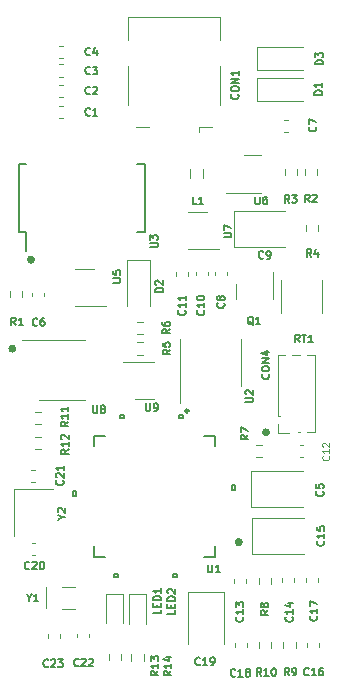
<source format=gbr>
%TF.GenerationSoftware,KiCad,Pcbnew,(6.0.1)*%
%TF.CreationDate,2022-09-20T17:52:40-03:00*%
%TF.ProjectId,HLI-C_main,484c492d-435f-46d6-9169-6e2e6b696361,rev?*%
%TF.SameCoordinates,Original*%
%TF.FileFunction,Legend,Top*%
%TF.FilePolarity,Positive*%
%FSLAX46Y46*%
G04 Gerber Fmt 4.6, Leading zero omitted, Abs format (unit mm)*
G04 Created by KiCad (PCBNEW (6.0.1)) date 2022-09-20 17:52:40*
%MOMM*%
%LPD*%
G01*
G04 APERTURE LIST*
%ADD10C,0.283607*%
%ADD11C,0.360000*%
%ADD12C,0.162500*%
%ADD13C,0.100000*%
%ADD14C,0.120000*%
%ADD15C,0.152400*%
%ADD16C,0.150000*%
G04 APERTURE END LIST*
D10*
X193641803Y-51300000D02*
G75*
G03*
X193641803Y-51300000I-141803J0D01*
G01*
D11*
X198080000Y-62400000D02*
G75*
G03*
X198080000Y-62400000I-180000J0D01*
G01*
X180480000Y-38500000D02*
G75*
G03*
X180480000Y-38500000I-180000J0D01*
G01*
X200380000Y-53100000D02*
G75*
G03*
X200380000Y-53100000I-180000J0D01*
G01*
X178905000Y-46025000D02*
G75*
G03*
X178905000Y-46025000I-180000J0D01*
G01*
D12*
%TO.C,C11*%
X193332142Y-42780357D02*
X193363095Y-42811309D01*
X193394047Y-42904166D01*
X193394047Y-42966071D01*
X193363095Y-43058928D01*
X193301190Y-43120833D01*
X193239285Y-43151785D01*
X193115476Y-43182738D01*
X193022619Y-43182738D01*
X192898809Y-43151785D01*
X192836904Y-43120833D01*
X192775000Y-43058928D01*
X192744047Y-42966071D01*
X192744047Y-42904166D01*
X192775000Y-42811309D01*
X192805952Y-42780357D01*
X193394047Y-42161309D02*
X193394047Y-42532738D01*
X193394047Y-42347023D02*
X192744047Y-42347023D01*
X192836904Y-42408928D01*
X192898809Y-42470833D01*
X192929761Y-42532738D01*
X193394047Y-41542261D02*
X193394047Y-41913690D01*
X193394047Y-41727976D02*
X192744047Y-41727976D01*
X192836904Y-41789880D01*
X192898809Y-41851785D01*
X192929761Y-41913690D01*
%TO.C,C15*%
X205082142Y-62317857D02*
X205113095Y-62348809D01*
X205144047Y-62441666D01*
X205144047Y-62503571D01*
X205113095Y-62596428D01*
X205051190Y-62658333D01*
X204989285Y-62689285D01*
X204865476Y-62720238D01*
X204772619Y-62720238D01*
X204648809Y-62689285D01*
X204586904Y-62658333D01*
X204525000Y-62596428D01*
X204494047Y-62503571D01*
X204494047Y-62441666D01*
X204525000Y-62348809D01*
X204555952Y-62317857D01*
X205144047Y-61698809D02*
X205144047Y-62070238D01*
X205144047Y-61884523D02*
X204494047Y-61884523D01*
X204586904Y-61946428D01*
X204648809Y-62008333D01*
X204679761Y-62070238D01*
X204494047Y-61110714D02*
X204494047Y-61420238D01*
X204803571Y-61451190D01*
X204772619Y-61420238D01*
X204741666Y-61358333D01*
X204741666Y-61203571D01*
X204772619Y-61141666D01*
X204803571Y-61110714D01*
X204865476Y-61079761D01*
X205020238Y-61079761D01*
X205082142Y-61110714D01*
X205113095Y-61141666D01*
X205144047Y-61203571D01*
X205144047Y-61358333D01*
X205113095Y-61420238D01*
X205082142Y-61451190D01*
D13*
%TO.C,C12*%
X205514285Y-55115714D02*
X205542857Y-55144285D01*
X205571428Y-55230000D01*
X205571428Y-55287142D01*
X205542857Y-55372857D01*
X205485714Y-55430000D01*
X205428571Y-55458571D01*
X205314285Y-55487142D01*
X205228571Y-55487142D01*
X205114285Y-55458571D01*
X205057142Y-55430000D01*
X205000000Y-55372857D01*
X204971428Y-55287142D01*
X204971428Y-55230000D01*
X205000000Y-55144285D01*
X205028571Y-55115714D01*
X205571428Y-54544285D02*
X205571428Y-54887142D01*
X205571428Y-54715714D02*
X204971428Y-54715714D01*
X205057142Y-54772857D01*
X205114285Y-54830000D01*
X205142857Y-54887142D01*
X205028571Y-54315714D02*
X205000000Y-54287142D01*
X204971428Y-54230000D01*
X204971428Y-54087142D01*
X205000000Y-54030000D01*
X205028571Y-54001428D01*
X205085714Y-53972857D01*
X205142857Y-53972857D01*
X205228571Y-54001428D01*
X205571428Y-54344285D01*
X205571428Y-53972857D01*
D12*
%TO.C,C8*%
X196632142Y-42170833D02*
X196663095Y-42201785D01*
X196694047Y-42294642D01*
X196694047Y-42356547D01*
X196663095Y-42449404D01*
X196601190Y-42511309D01*
X196539285Y-42542261D01*
X196415476Y-42573214D01*
X196322619Y-42573214D01*
X196198809Y-42542261D01*
X196136904Y-42511309D01*
X196075000Y-42449404D01*
X196044047Y-42356547D01*
X196044047Y-42294642D01*
X196075000Y-42201785D01*
X196105952Y-42170833D01*
X196322619Y-41799404D02*
X196291666Y-41861309D01*
X196260714Y-41892261D01*
X196198809Y-41923214D01*
X196167857Y-41923214D01*
X196105952Y-41892261D01*
X196075000Y-41861309D01*
X196044047Y-41799404D01*
X196044047Y-41675595D01*
X196075000Y-41613690D01*
X196105952Y-41582738D01*
X196167857Y-41551785D01*
X196198809Y-41551785D01*
X196260714Y-41582738D01*
X196291666Y-41613690D01*
X196322619Y-41675595D01*
X196322619Y-41799404D01*
X196353571Y-41861309D01*
X196384523Y-41892261D01*
X196446428Y-41923214D01*
X196570238Y-41923214D01*
X196632142Y-41892261D01*
X196663095Y-41861309D01*
X196694047Y-41799404D01*
X196694047Y-41675595D01*
X196663095Y-41613690D01*
X196632142Y-41582738D01*
X196570238Y-41551785D01*
X196446428Y-41551785D01*
X196384523Y-41582738D01*
X196353571Y-41613690D01*
X196322619Y-41675595D01*
%TO.C,R10*%
X199802142Y-73734047D02*
X199585476Y-73424523D01*
X199430714Y-73734047D02*
X199430714Y-73084047D01*
X199678333Y-73084047D01*
X199740238Y-73115000D01*
X199771190Y-73145952D01*
X199802142Y-73207857D01*
X199802142Y-73300714D01*
X199771190Y-73362619D01*
X199740238Y-73393571D01*
X199678333Y-73424523D01*
X199430714Y-73424523D01*
X200421190Y-73734047D02*
X200049761Y-73734047D01*
X200235476Y-73734047D02*
X200235476Y-73084047D01*
X200173571Y-73176904D01*
X200111666Y-73238809D01*
X200049761Y-73269761D01*
X200823571Y-73084047D02*
X200885476Y-73084047D01*
X200947380Y-73115000D01*
X200978333Y-73145952D01*
X201009285Y-73207857D01*
X201040238Y-73331666D01*
X201040238Y-73486428D01*
X201009285Y-73610238D01*
X200978333Y-73672142D01*
X200947380Y-73703095D01*
X200885476Y-73734047D01*
X200823571Y-73734047D01*
X200761666Y-73703095D01*
X200730714Y-73672142D01*
X200699761Y-73610238D01*
X200668809Y-73486428D01*
X200668809Y-73331666D01*
X200699761Y-73207857D01*
X200730714Y-73145952D01*
X200761666Y-73115000D01*
X200823571Y-73084047D01*
%TO.C,D3*%
X205044047Y-21954761D02*
X204394047Y-21954761D01*
X204394047Y-21800000D01*
X204425000Y-21707142D01*
X204486904Y-21645238D01*
X204548809Y-21614285D01*
X204672619Y-21583333D01*
X204765476Y-21583333D01*
X204889285Y-21614285D01*
X204951190Y-21645238D01*
X205013095Y-21707142D01*
X205044047Y-21800000D01*
X205044047Y-21954761D01*
X204394047Y-21366666D02*
X204394047Y-20964285D01*
X204641666Y-21180952D01*
X204641666Y-21088095D01*
X204672619Y-21026190D01*
X204703571Y-20995238D01*
X204765476Y-20964285D01*
X204920238Y-20964285D01*
X204982142Y-20995238D01*
X205013095Y-21026190D01*
X205044047Y-21088095D01*
X205044047Y-21273809D01*
X205013095Y-21335714D01*
X204982142Y-21366666D01*
%TO.C,U1*%
X195294761Y-64314047D02*
X195294761Y-64840238D01*
X195325714Y-64902142D01*
X195356666Y-64933095D01*
X195418571Y-64964047D01*
X195542380Y-64964047D01*
X195604285Y-64933095D01*
X195635238Y-64902142D01*
X195666190Y-64840238D01*
X195666190Y-64314047D01*
X196316190Y-64964047D02*
X195944761Y-64964047D01*
X196130476Y-64964047D02*
X196130476Y-64314047D01*
X196068571Y-64406904D01*
X196006666Y-64468809D01*
X195944761Y-64499761D01*
X197800000Y-62344047D02*
X197800000Y-62498809D01*
X197645238Y-62436904D02*
X197800000Y-62498809D01*
X197954761Y-62436904D01*
X197707142Y-62622619D02*
X197800000Y-62498809D01*
X197892857Y-62622619D01*
X197800000Y-62344047D02*
X197800000Y-62498809D01*
X197645238Y-62436904D02*
X197800000Y-62498809D01*
X197954761Y-62436904D01*
X197707142Y-62622619D02*
X197800000Y-62498809D01*
X197892857Y-62622619D01*
%TO.C,U6*%
X199304761Y-33144047D02*
X199304761Y-33670238D01*
X199335714Y-33732142D01*
X199366666Y-33763095D01*
X199428571Y-33794047D01*
X199552380Y-33794047D01*
X199614285Y-33763095D01*
X199645238Y-33732142D01*
X199676190Y-33670238D01*
X199676190Y-33144047D01*
X200264285Y-33144047D02*
X200140476Y-33144047D01*
X200078571Y-33175000D01*
X200047619Y-33205952D01*
X199985714Y-33298809D01*
X199954761Y-33422619D01*
X199954761Y-33670238D01*
X199985714Y-33732142D01*
X200016666Y-33763095D01*
X200078571Y-33794047D01*
X200202380Y-33794047D01*
X200264285Y-33763095D01*
X200295238Y-33732142D01*
X200326190Y-33670238D01*
X200326190Y-33515476D01*
X200295238Y-33453571D01*
X200264285Y-33422619D01*
X200202380Y-33391666D01*
X200078571Y-33391666D01*
X200016666Y-33422619D01*
X199985714Y-33453571D01*
X199954761Y-33515476D01*
%TO.C,C1*%
X185316666Y-26232142D02*
X185285714Y-26263095D01*
X185192857Y-26294047D01*
X185130952Y-26294047D01*
X185038095Y-26263095D01*
X184976190Y-26201190D01*
X184945238Y-26139285D01*
X184914285Y-26015476D01*
X184914285Y-25922619D01*
X184945238Y-25798809D01*
X184976190Y-25736904D01*
X185038095Y-25675000D01*
X185130952Y-25644047D01*
X185192857Y-25644047D01*
X185285714Y-25675000D01*
X185316666Y-25705952D01*
X185935714Y-26294047D02*
X185564285Y-26294047D01*
X185750000Y-26294047D02*
X185750000Y-25644047D01*
X185688095Y-25736904D01*
X185626190Y-25798809D01*
X185564285Y-25829761D01*
%TO.C,U7*%
X196619047Y-36570238D02*
X197145238Y-36570238D01*
X197207142Y-36539285D01*
X197238095Y-36508333D01*
X197269047Y-36446428D01*
X197269047Y-36322619D01*
X197238095Y-36260714D01*
X197207142Y-36229761D01*
X197145238Y-36198809D01*
X196619047Y-36198809D01*
X196619047Y-35951190D02*
X196619047Y-35517857D01*
X197269047Y-35796428D01*
%TO.C,R11*%
X183464047Y-52197857D02*
X183154523Y-52414523D01*
X183464047Y-52569285D02*
X182814047Y-52569285D01*
X182814047Y-52321666D01*
X182845000Y-52259761D01*
X182875952Y-52228809D01*
X182937857Y-52197857D01*
X183030714Y-52197857D01*
X183092619Y-52228809D01*
X183123571Y-52259761D01*
X183154523Y-52321666D01*
X183154523Y-52569285D01*
X183464047Y-51578809D02*
X183464047Y-51950238D01*
X183464047Y-51764523D02*
X182814047Y-51764523D01*
X182906904Y-51826428D01*
X182968809Y-51888333D01*
X182999761Y-51950238D01*
X183464047Y-50959761D02*
X183464047Y-51331190D01*
X183464047Y-51145476D02*
X182814047Y-51145476D01*
X182906904Y-51207380D01*
X182968809Y-51269285D01*
X182999761Y-51331190D01*
%TO.C,C7*%
X204407142Y-27233333D02*
X204438095Y-27264285D01*
X204469047Y-27357142D01*
X204469047Y-27419047D01*
X204438095Y-27511904D01*
X204376190Y-27573809D01*
X204314285Y-27604761D01*
X204190476Y-27635714D01*
X204097619Y-27635714D01*
X203973809Y-27604761D01*
X203911904Y-27573809D01*
X203850000Y-27511904D01*
X203819047Y-27419047D01*
X203819047Y-27357142D01*
X203850000Y-27264285D01*
X203880952Y-27233333D01*
X203819047Y-27016666D02*
X203819047Y-26583333D01*
X204469047Y-26861904D01*
%TO.C,R14*%
X192194047Y-73317857D02*
X191884523Y-73534523D01*
X192194047Y-73689285D02*
X191544047Y-73689285D01*
X191544047Y-73441666D01*
X191575000Y-73379761D01*
X191605952Y-73348809D01*
X191667857Y-73317857D01*
X191760714Y-73317857D01*
X191822619Y-73348809D01*
X191853571Y-73379761D01*
X191884523Y-73441666D01*
X191884523Y-73689285D01*
X192194047Y-72698809D02*
X192194047Y-73070238D01*
X192194047Y-72884523D02*
X191544047Y-72884523D01*
X191636904Y-72946428D01*
X191698809Y-73008333D01*
X191729761Y-73070238D01*
X191760714Y-72141666D02*
X192194047Y-72141666D01*
X191513095Y-72296428D02*
X191977380Y-72451190D01*
X191977380Y-72048809D01*
%TO.C,R3*%
X202191666Y-33669047D02*
X201975000Y-33359523D01*
X201820238Y-33669047D02*
X201820238Y-33019047D01*
X202067857Y-33019047D01*
X202129761Y-33050000D01*
X202160714Y-33080952D01*
X202191666Y-33142857D01*
X202191666Y-33235714D01*
X202160714Y-33297619D01*
X202129761Y-33328571D01*
X202067857Y-33359523D01*
X201820238Y-33359523D01*
X202408333Y-33019047D02*
X202810714Y-33019047D01*
X202594047Y-33266666D01*
X202686904Y-33266666D01*
X202748809Y-33297619D01*
X202779761Y-33328571D01*
X202810714Y-33390476D01*
X202810714Y-33545238D01*
X202779761Y-33607142D01*
X202748809Y-33638095D01*
X202686904Y-33669047D01*
X202501190Y-33669047D01*
X202439285Y-33638095D01*
X202408333Y-33607142D01*
%TO.C,R5*%
X192094047Y-46108333D02*
X191784523Y-46325000D01*
X192094047Y-46479761D02*
X191444047Y-46479761D01*
X191444047Y-46232142D01*
X191475000Y-46170238D01*
X191505952Y-46139285D01*
X191567857Y-46108333D01*
X191660714Y-46108333D01*
X191722619Y-46139285D01*
X191753571Y-46170238D01*
X191784523Y-46232142D01*
X191784523Y-46479761D01*
X191444047Y-45520238D02*
X191444047Y-45829761D01*
X191753571Y-45860714D01*
X191722619Y-45829761D01*
X191691666Y-45767857D01*
X191691666Y-45613095D01*
X191722619Y-45551190D01*
X191753571Y-45520238D01*
X191815476Y-45489285D01*
X191970238Y-45489285D01*
X192032142Y-45520238D01*
X192063095Y-45551190D01*
X192094047Y-45613095D01*
X192094047Y-45767857D01*
X192063095Y-45829761D01*
X192032142Y-45860714D01*
%TO.C,CON1*%
X197832142Y-24489285D02*
X197863095Y-24520238D01*
X197894047Y-24613095D01*
X197894047Y-24675000D01*
X197863095Y-24767857D01*
X197801190Y-24829761D01*
X197739285Y-24860714D01*
X197615476Y-24891666D01*
X197522619Y-24891666D01*
X197398809Y-24860714D01*
X197336904Y-24829761D01*
X197275000Y-24767857D01*
X197244047Y-24675000D01*
X197244047Y-24613095D01*
X197275000Y-24520238D01*
X197305952Y-24489285D01*
X197244047Y-24086904D02*
X197244047Y-23963095D01*
X197275000Y-23901190D01*
X197336904Y-23839285D01*
X197460714Y-23808333D01*
X197677380Y-23808333D01*
X197801190Y-23839285D01*
X197863095Y-23901190D01*
X197894047Y-23963095D01*
X197894047Y-24086904D01*
X197863095Y-24148809D01*
X197801190Y-24210714D01*
X197677380Y-24241666D01*
X197460714Y-24241666D01*
X197336904Y-24210714D01*
X197275000Y-24148809D01*
X197244047Y-24086904D01*
X197894047Y-23529761D02*
X197244047Y-23529761D01*
X197894047Y-23158333D01*
X197244047Y-23158333D01*
X197894047Y-22508333D02*
X197894047Y-22879761D01*
X197894047Y-22694047D02*
X197244047Y-22694047D01*
X197336904Y-22755952D01*
X197398809Y-22817857D01*
X197429761Y-22879761D01*
%TO.C,L1*%
X194341666Y-33794047D02*
X194032142Y-33794047D01*
X194032142Y-33144047D01*
X194898809Y-33794047D02*
X194527380Y-33794047D01*
X194713095Y-33794047D02*
X194713095Y-33144047D01*
X194651190Y-33236904D01*
X194589285Y-33298809D01*
X194527380Y-33329761D01*
%TO.C,LED2*%
X192494047Y-68177380D02*
X192494047Y-68486904D01*
X191844047Y-68486904D01*
X192153571Y-67960714D02*
X192153571Y-67744047D01*
X192494047Y-67651190D02*
X192494047Y-67960714D01*
X191844047Y-67960714D01*
X191844047Y-67651190D01*
X192494047Y-67372619D02*
X191844047Y-67372619D01*
X191844047Y-67217857D01*
X191875000Y-67125000D01*
X191936904Y-67063095D01*
X191998809Y-67032142D01*
X192122619Y-67001190D01*
X192215476Y-67001190D01*
X192339285Y-67032142D01*
X192401190Y-67063095D01*
X192463095Y-67125000D01*
X192494047Y-67217857D01*
X192494047Y-67372619D01*
X191905952Y-66753571D02*
X191875000Y-66722619D01*
X191844047Y-66660714D01*
X191844047Y-66505952D01*
X191875000Y-66444047D01*
X191905952Y-66413095D01*
X191967857Y-66382142D01*
X192029761Y-66382142D01*
X192122619Y-66413095D01*
X192494047Y-66784523D01*
X192494047Y-66382142D01*
%TO.C,R8*%
X200394047Y-68178333D02*
X200084523Y-68395000D01*
X200394047Y-68549761D02*
X199744047Y-68549761D01*
X199744047Y-68302142D01*
X199775000Y-68240238D01*
X199805952Y-68209285D01*
X199867857Y-68178333D01*
X199960714Y-68178333D01*
X200022619Y-68209285D01*
X200053571Y-68240238D01*
X200084523Y-68302142D01*
X200084523Y-68549761D01*
X200022619Y-67806904D02*
X199991666Y-67868809D01*
X199960714Y-67899761D01*
X199898809Y-67930714D01*
X199867857Y-67930714D01*
X199805952Y-67899761D01*
X199775000Y-67868809D01*
X199744047Y-67806904D01*
X199744047Y-67683095D01*
X199775000Y-67621190D01*
X199805952Y-67590238D01*
X199867857Y-67559285D01*
X199898809Y-67559285D01*
X199960714Y-67590238D01*
X199991666Y-67621190D01*
X200022619Y-67683095D01*
X200022619Y-67806904D01*
X200053571Y-67868809D01*
X200084523Y-67899761D01*
X200146428Y-67930714D01*
X200270238Y-67930714D01*
X200332142Y-67899761D01*
X200363095Y-67868809D01*
X200394047Y-67806904D01*
X200394047Y-67683095D01*
X200363095Y-67621190D01*
X200332142Y-67590238D01*
X200270238Y-67559285D01*
X200146428Y-67559285D01*
X200084523Y-67590238D01*
X200053571Y-67621190D01*
X200022619Y-67683095D01*
%TO.C,C6*%
X180841666Y-44032142D02*
X180810714Y-44063095D01*
X180717857Y-44094047D01*
X180655952Y-44094047D01*
X180563095Y-44063095D01*
X180501190Y-44001190D01*
X180470238Y-43939285D01*
X180439285Y-43815476D01*
X180439285Y-43722619D01*
X180470238Y-43598809D01*
X180501190Y-43536904D01*
X180563095Y-43475000D01*
X180655952Y-43444047D01*
X180717857Y-43444047D01*
X180810714Y-43475000D01*
X180841666Y-43505952D01*
X181398809Y-43444047D02*
X181275000Y-43444047D01*
X181213095Y-43475000D01*
X181182142Y-43505952D01*
X181120238Y-43598809D01*
X181089285Y-43722619D01*
X181089285Y-43970238D01*
X181120238Y-44032142D01*
X181151190Y-44063095D01*
X181213095Y-44094047D01*
X181336904Y-44094047D01*
X181398809Y-44063095D01*
X181429761Y-44032142D01*
X181460714Y-43970238D01*
X181460714Y-43815476D01*
X181429761Y-43753571D01*
X181398809Y-43722619D01*
X181336904Y-43691666D01*
X181213095Y-43691666D01*
X181151190Y-43722619D01*
X181120238Y-43753571D01*
X181089285Y-43815476D01*
%TO.C,Y2*%
X182894523Y-60289523D02*
X183204047Y-60289523D01*
X182554047Y-60506190D02*
X182894523Y-60289523D01*
X182554047Y-60072857D01*
X182615952Y-59887142D02*
X182585000Y-59856190D01*
X182554047Y-59794285D01*
X182554047Y-59639523D01*
X182585000Y-59577619D01*
X182615952Y-59546666D01*
X182677857Y-59515714D01*
X182739761Y-59515714D01*
X182832619Y-59546666D01*
X183204047Y-59918095D01*
X183204047Y-59515714D01*
%TO.C,D1*%
X204944047Y-24529761D02*
X204294047Y-24529761D01*
X204294047Y-24375000D01*
X204325000Y-24282142D01*
X204386904Y-24220238D01*
X204448809Y-24189285D01*
X204572619Y-24158333D01*
X204665476Y-24158333D01*
X204789285Y-24189285D01*
X204851190Y-24220238D01*
X204913095Y-24282142D01*
X204944047Y-24375000D01*
X204944047Y-24529761D01*
X204944047Y-23539285D02*
X204944047Y-23910714D01*
X204944047Y-23725000D02*
X204294047Y-23725000D01*
X204386904Y-23786904D01*
X204448809Y-23848809D01*
X204479761Y-23910714D01*
%TO.C,R12*%
X183504047Y-54547857D02*
X183194523Y-54764523D01*
X183504047Y-54919285D02*
X182854047Y-54919285D01*
X182854047Y-54671666D01*
X182885000Y-54609761D01*
X182915952Y-54578809D01*
X182977857Y-54547857D01*
X183070714Y-54547857D01*
X183132619Y-54578809D01*
X183163571Y-54609761D01*
X183194523Y-54671666D01*
X183194523Y-54919285D01*
X183504047Y-53928809D02*
X183504047Y-54300238D01*
X183504047Y-54114523D02*
X182854047Y-54114523D01*
X182946904Y-54176428D01*
X183008809Y-54238333D01*
X183039761Y-54300238D01*
X182915952Y-53681190D02*
X182885000Y-53650238D01*
X182854047Y-53588333D01*
X182854047Y-53433571D01*
X182885000Y-53371666D01*
X182915952Y-53340714D01*
X182977857Y-53309761D01*
X183039761Y-53309761D01*
X183132619Y-53340714D01*
X183504047Y-53712142D01*
X183504047Y-53309761D01*
%TO.C,C18*%
X197602142Y-73722142D02*
X197571190Y-73753095D01*
X197478333Y-73784047D01*
X197416428Y-73784047D01*
X197323571Y-73753095D01*
X197261666Y-73691190D01*
X197230714Y-73629285D01*
X197199761Y-73505476D01*
X197199761Y-73412619D01*
X197230714Y-73288809D01*
X197261666Y-73226904D01*
X197323571Y-73165000D01*
X197416428Y-73134047D01*
X197478333Y-73134047D01*
X197571190Y-73165000D01*
X197602142Y-73195952D01*
X198221190Y-73784047D02*
X197849761Y-73784047D01*
X198035476Y-73784047D02*
X198035476Y-73134047D01*
X197973571Y-73226904D01*
X197911666Y-73288809D01*
X197849761Y-73319761D01*
X198592619Y-73412619D02*
X198530714Y-73381666D01*
X198499761Y-73350714D01*
X198468809Y-73288809D01*
X198468809Y-73257857D01*
X198499761Y-73195952D01*
X198530714Y-73165000D01*
X198592619Y-73134047D01*
X198716428Y-73134047D01*
X198778333Y-73165000D01*
X198809285Y-73195952D01*
X198840238Y-73257857D01*
X198840238Y-73288809D01*
X198809285Y-73350714D01*
X198778333Y-73381666D01*
X198716428Y-73412619D01*
X198592619Y-73412619D01*
X198530714Y-73443571D01*
X198499761Y-73474523D01*
X198468809Y-73536428D01*
X198468809Y-73660238D01*
X198499761Y-73722142D01*
X198530714Y-73753095D01*
X198592619Y-73784047D01*
X198716428Y-73784047D01*
X198778333Y-73753095D01*
X198809285Y-73722142D01*
X198840238Y-73660238D01*
X198840238Y-73536428D01*
X198809285Y-73474523D01*
X198778333Y-73443571D01*
X198716428Y-73412619D01*
%TO.C,C9*%
X199991666Y-38332142D02*
X199960714Y-38363095D01*
X199867857Y-38394047D01*
X199805952Y-38394047D01*
X199713095Y-38363095D01*
X199651190Y-38301190D01*
X199620238Y-38239285D01*
X199589285Y-38115476D01*
X199589285Y-38022619D01*
X199620238Y-37898809D01*
X199651190Y-37836904D01*
X199713095Y-37775000D01*
X199805952Y-37744047D01*
X199867857Y-37744047D01*
X199960714Y-37775000D01*
X199991666Y-37805952D01*
X200301190Y-38394047D02*
X200425000Y-38394047D01*
X200486904Y-38363095D01*
X200517857Y-38332142D01*
X200579761Y-38239285D01*
X200610714Y-38115476D01*
X200610714Y-37867857D01*
X200579761Y-37805952D01*
X200548809Y-37775000D01*
X200486904Y-37744047D01*
X200363095Y-37744047D01*
X200301190Y-37775000D01*
X200270238Y-37805952D01*
X200239285Y-37867857D01*
X200239285Y-38022619D01*
X200270238Y-38084523D01*
X200301190Y-38115476D01*
X200363095Y-38146428D01*
X200486904Y-38146428D01*
X200548809Y-38115476D01*
X200579761Y-38084523D01*
X200610714Y-38022619D01*
%TO.C,C4*%
X185316666Y-21132142D02*
X185285714Y-21163095D01*
X185192857Y-21194047D01*
X185130952Y-21194047D01*
X185038095Y-21163095D01*
X184976190Y-21101190D01*
X184945238Y-21039285D01*
X184914285Y-20915476D01*
X184914285Y-20822619D01*
X184945238Y-20698809D01*
X184976190Y-20636904D01*
X185038095Y-20575000D01*
X185130952Y-20544047D01*
X185192857Y-20544047D01*
X185285714Y-20575000D01*
X185316666Y-20605952D01*
X185873809Y-20760714D02*
X185873809Y-21194047D01*
X185719047Y-20513095D02*
X185564285Y-20977380D01*
X185966666Y-20977380D01*
%TO.C,C13*%
X198222142Y-68727857D02*
X198253095Y-68758809D01*
X198284047Y-68851666D01*
X198284047Y-68913571D01*
X198253095Y-69006428D01*
X198191190Y-69068333D01*
X198129285Y-69099285D01*
X198005476Y-69130238D01*
X197912619Y-69130238D01*
X197788809Y-69099285D01*
X197726904Y-69068333D01*
X197665000Y-69006428D01*
X197634047Y-68913571D01*
X197634047Y-68851666D01*
X197665000Y-68758809D01*
X197695952Y-68727857D01*
X198284047Y-68108809D02*
X198284047Y-68480238D01*
X198284047Y-68294523D02*
X197634047Y-68294523D01*
X197726904Y-68356428D01*
X197788809Y-68418333D01*
X197819761Y-68480238D01*
X197634047Y-67892142D02*
X197634047Y-67489761D01*
X197881666Y-67706428D01*
X197881666Y-67613571D01*
X197912619Y-67551666D01*
X197943571Y-67520714D01*
X198005476Y-67489761D01*
X198160238Y-67489761D01*
X198222142Y-67520714D01*
X198253095Y-67551666D01*
X198284047Y-67613571D01*
X198284047Y-67799285D01*
X198253095Y-67861190D01*
X198222142Y-67892142D01*
%TO.C,R2*%
X203891666Y-33644047D02*
X203675000Y-33334523D01*
X203520238Y-33644047D02*
X203520238Y-32994047D01*
X203767857Y-32994047D01*
X203829761Y-33025000D01*
X203860714Y-33055952D01*
X203891666Y-33117857D01*
X203891666Y-33210714D01*
X203860714Y-33272619D01*
X203829761Y-33303571D01*
X203767857Y-33334523D01*
X203520238Y-33334523D01*
X204139285Y-33055952D02*
X204170238Y-33025000D01*
X204232142Y-32994047D01*
X204386904Y-32994047D01*
X204448809Y-33025000D01*
X204479761Y-33055952D01*
X204510714Y-33117857D01*
X204510714Y-33179761D01*
X204479761Y-33272619D01*
X204108333Y-33644047D01*
X204510714Y-33644047D01*
%TO.C,R4*%
X204051666Y-38264047D02*
X203835000Y-37954523D01*
X203680238Y-38264047D02*
X203680238Y-37614047D01*
X203927857Y-37614047D01*
X203989761Y-37645000D01*
X204020714Y-37675952D01*
X204051666Y-37737857D01*
X204051666Y-37830714D01*
X204020714Y-37892619D01*
X203989761Y-37923571D01*
X203927857Y-37954523D01*
X203680238Y-37954523D01*
X204608809Y-37830714D02*
X204608809Y-38264047D01*
X204454047Y-37583095D02*
X204299285Y-38047380D01*
X204701666Y-38047380D01*
%TO.C,C23*%
X181762142Y-72922142D02*
X181731190Y-72953095D01*
X181638333Y-72984047D01*
X181576428Y-72984047D01*
X181483571Y-72953095D01*
X181421666Y-72891190D01*
X181390714Y-72829285D01*
X181359761Y-72705476D01*
X181359761Y-72612619D01*
X181390714Y-72488809D01*
X181421666Y-72426904D01*
X181483571Y-72365000D01*
X181576428Y-72334047D01*
X181638333Y-72334047D01*
X181731190Y-72365000D01*
X181762142Y-72395952D01*
X182009761Y-72395952D02*
X182040714Y-72365000D01*
X182102619Y-72334047D01*
X182257380Y-72334047D01*
X182319285Y-72365000D01*
X182350238Y-72395952D01*
X182381190Y-72457857D01*
X182381190Y-72519761D01*
X182350238Y-72612619D01*
X181978809Y-72984047D01*
X182381190Y-72984047D01*
X182597857Y-72334047D02*
X183000238Y-72334047D01*
X182783571Y-72581666D01*
X182876428Y-72581666D01*
X182938333Y-72612619D01*
X182969285Y-72643571D01*
X183000238Y-72705476D01*
X183000238Y-72860238D01*
X182969285Y-72922142D01*
X182938333Y-72953095D01*
X182876428Y-72984047D01*
X182690714Y-72984047D01*
X182628809Y-72953095D01*
X182597857Y-72922142D01*
%TO.C,R1*%
X179016666Y-44044047D02*
X178800000Y-43734523D01*
X178645238Y-44044047D02*
X178645238Y-43394047D01*
X178892857Y-43394047D01*
X178954761Y-43425000D01*
X178985714Y-43455952D01*
X179016666Y-43517857D01*
X179016666Y-43610714D01*
X178985714Y-43672619D01*
X178954761Y-43703571D01*
X178892857Y-43734523D01*
X178645238Y-43734523D01*
X179635714Y-44044047D02*
X179264285Y-44044047D01*
X179450000Y-44044047D02*
X179450000Y-43394047D01*
X179388095Y-43486904D01*
X179326190Y-43548809D01*
X179264285Y-43579761D01*
%TO.C,U9*%
X190029761Y-50669047D02*
X190029761Y-51195238D01*
X190060714Y-51257142D01*
X190091666Y-51288095D01*
X190153571Y-51319047D01*
X190277380Y-51319047D01*
X190339285Y-51288095D01*
X190370238Y-51257142D01*
X190401190Y-51195238D01*
X190401190Y-50669047D01*
X190741666Y-51319047D02*
X190865476Y-51319047D01*
X190927380Y-51288095D01*
X190958333Y-51257142D01*
X191020238Y-51164285D01*
X191051190Y-51040476D01*
X191051190Y-50792857D01*
X191020238Y-50730952D01*
X190989285Y-50700000D01*
X190927380Y-50669047D01*
X190803571Y-50669047D01*
X190741666Y-50700000D01*
X190710714Y-50730952D01*
X190679761Y-50792857D01*
X190679761Y-50947619D01*
X190710714Y-51009523D01*
X190741666Y-51040476D01*
X190803571Y-51071428D01*
X190927380Y-51071428D01*
X190989285Y-51040476D01*
X191020238Y-51009523D01*
X191051190Y-50947619D01*
%TO.C,R13*%
X191094047Y-73317857D02*
X190784523Y-73534523D01*
X191094047Y-73689285D02*
X190444047Y-73689285D01*
X190444047Y-73441666D01*
X190475000Y-73379761D01*
X190505952Y-73348809D01*
X190567857Y-73317857D01*
X190660714Y-73317857D01*
X190722619Y-73348809D01*
X190753571Y-73379761D01*
X190784523Y-73441666D01*
X190784523Y-73689285D01*
X191094047Y-72698809D02*
X191094047Y-73070238D01*
X191094047Y-72884523D02*
X190444047Y-72884523D01*
X190536904Y-72946428D01*
X190598809Y-73008333D01*
X190629761Y-73070238D01*
X190444047Y-72482142D02*
X190444047Y-72079761D01*
X190691666Y-72296428D01*
X190691666Y-72203571D01*
X190722619Y-72141666D01*
X190753571Y-72110714D01*
X190815476Y-72079761D01*
X190970238Y-72079761D01*
X191032142Y-72110714D01*
X191063095Y-72141666D01*
X191094047Y-72203571D01*
X191094047Y-72389285D01*
X191063095Y-72451190D01*
X191032142Y-72482142D01*
%TO.C,C3*%
X185316666Y-22732142D02*
X185285714Y-22763095D01*
X185192857Y-22794047D01*
X185130952Y-22794047D01*
X185038095Y-22763095D01*
X184976190Y-22701190D01*
X184945238Y-22639285D01*
X184914285Y-22515476D01*
X184914285Y-22422619D01*
X184945238Y-22298809D01*
X184976190Y-22236904D01*
X185038095Y-22175000D01*
X185130952Y-22144047D01*
X185192857Y-22144047D01*
X185285714Y-22175000D01*
X185316666Y-22205952D01*
X185533333Y-22144047D02*
X185935714Y-22144047D01*
X185719047Y-22391666D01*
X185811904Y-22391666D01*
X185873809Y-22422619D01*
X185904761Y-22453571D01*
X185935714Y-22515476D01*
X185935714Y-22670238D01*
X185904761Y-22732142D01*
X185873809Y-22763095D01*
X185811904Y-22794047D01*
X185626190Y-22794047D01*
X185564285Y-22763095D01*
X185533333Y-22732142D01*
%TO.C,C21*%
X183022142Y-57177857D02*
X183053095Y-57208809D01*
X183084047Y-57301666D01*
X183084047Y-57363571D01*
X183053095Y-57456428D01*
X182991190Y-57518333D01*
X182929285Y-57549285D01*
X182805476Y-57580238D01*
X182712619Y-57580238D01*
X182588809Y-57549285D01*
X182526904Y-57518333D01*
X182465000Y-57456428D01*
X182434047Y-57363571D01*
X182434047Y-57301666D01*
X182465000Y-57208809D01*
X182495952Y-57177857D01*
X182495952Y-56930238D02*
X182465000Y-56899285D01*
X182434047Y-56837380D01*
X182434047Y-56682619D01*
X182465000Y-56620714D01*
X182495952Y-56589761D01*
X182557857Y-56558809D01*
X182619761Y-56558809D01*
X182712619Y-56589761D01*
X183084047Y-56961190D01*
X183084047Y-56558809D01*
X183084047Y-55939761D02*
X183084047Y-56311190D01*
X183084047Y-56125476D02*
X182434047Y-56125476D01*
X182526904Y-56187380D01*
X182588809Y-56249285D01*
X182619761Y-56311190D01*
%TO.C,CON4*%
X200432142Y-48189285D02*
X200463095Y-48220238D01*
X200494047Y-48313095D01*
X200494047Y-48375000D01*
X200463095Y-48467857D01*
X200401190Y-48529761D01*
X200339285Y-48560714D01*
X200215476Y-48591666D01*
X200122619Y-48591666D01*
X199998809Y-48560714D01*
X199936904Y-48529761D01*
X199875000Y-48467857D01*
X199844047Y-48375000D01*
X199844047Y-48313095D01*
X199875000Y-48220238D01*
X199905952Y-48189285D01*
X199844047Y-47786904D02*
X199844047Y-47663095D01*
X199875000Y-47601190D01*
X199936904Y-47539285D01*
X200060714Y-47508333D01*
X200277380Y-47508333D01*
X200401190Y-47539285D01*
X200463095Y-47601190D01*
X200494047Y-47663095D01*
X200494047Y-47786904D01*
X200463095Y-47848809D01*
X200401190Y-47910714D01*
X200277380Y-47941666D01*
X200060714Y-47941666D01*
X199936904Y-47910714D01*
X199875000Y-47848809D01*
X199844047Y-47786904D01*
X200494047Y-47229761D02*
X199844047Y-47229761D01*
X200494047Y-46858333D01*
X199844047Y-46858333D01*
X200060714Y-46270238D02*
X200494047Y-46270238D01*
X199813095Y-46425000D02*
X200277380Y-46579761D01*
X200277380Y-46177380D01*
%TO.C,U2*%
X198444047Y-50535238D02*
X198970238Y-50535238D01*
X199032142Y-50504285D01*
X199063095Y-50473333D01*
X199094047Y-50411428D01*
X199094047Y-50287619D01*
X199063095Y-50225714D01*
X199032142Y-50194761D01*
X198970238Y-50163809D01*
X198444047Y-50163809D01*
X198505952Y-49885238D02*
X198475000Y-49854285D01*
X198444047Y-49792380D01*
X198444047Y-49637619D01*
X198475000Y-49575714D01*
X198505952Y-49544761D01*
X198567857Y-49513809D01*
X198629761Y-49513809D01*
X198722619Y-49544761D01*
X199094047Y-49916190D01*
X199094047Y-49513809D01*
%TO.C,C10*%
X194932142Y-42780357D02*
X194963095Y-42811309D01*
X194994047Y-42904166D01*
X194994047Y-42966071D01*
X194963095Y-43058928D01*
X194901190Y-43120833D01*
X194839285Y-43151785D01*
X194715476Y-43182738D01*
X194622619Y-43182738D01*
X194498809Y-43151785D01*
X194436904Y-43120833D01*
X194375000Y-43058928D01*
X194344047Y-42966071D01*
X194344047Y-42904166D01*
X194375000Y-42811309D01*
X194405952Y-42780357D01*
X194994047Y-42161309D02*
X194994047Y-42532738D01*
X194994047Y-42347023D02*
X194344047Y-42347023D01*
X194436904Y-42408928D01*
X194498809Y-42470833D01*
X194529761Y-42532738D01*
X194344047Y-41758928D02*
X194344047Y-41697023D01*
X194375000Y-41635119D01*
X194405952Y-41604166D01*
X194467857Y-41573214D01*
X194591666Y-41542261D01*
X194746428Y-41542261D01*
X194870238Y-41573214D01*
X194932142Y-41604166D01*
X194963095Y-41635119D01*
X194994047Y-41697023D01*
X194994047Y-41758928D01*
X194963095Y-41820833D01*
X194932142Y-41851785D01*
X194870238Y-41882738D01*
X194746428Y-41913690D01*
X194591666Y-41913690D01*
X194467857Y-41882738D01*
X194405952Y-41851785D01*
X194375000Y-41820833D01*
X194344047Y-41758928D01*
%TO.C,C2*%
X185316666Y-24432142D02*
X185285714Y-24463095D01*
X185192857Y-24494047D01*
X185130952Y-24494047D01*
X185038095Y-24463095D01*
X184976190Y-24401190D01*
X184945238Y-24339285D01*
X184914285Y-24215476D01*
X184914285Y-24122619D01*
X184945238Y-23998809D01*
X184976190Y-23936904D01*
X185038095Y-23875000D01*
X185130952Y-23844047D01*
X185192857Y-23844047D01*
X185285714Y-23875000D01*
X185316666Y-23905952D01*
X185564285Y-23905952D02*
X185595238Y-23875000D01*
X185657142Y-23844047D01*
X185811904Y-23844047D01*
X185873809Y-23875000D01*
X185904761Y-23905952D01*
X185935714Y-23967857D01*
X185935714Y-24029761D01*
X185904761Y-24122619D01*
X185533333Y-24494047D01*
X185935714Y-24494047D01*
%TO.C,C16*%
X203822142Y-73632142D02*
X203791190Y-73663095D01*
X203698333Y-73694047D01*
X203636428Y-73694047D01*
X203543571Y-73663095D01*
X203481666Y-73601190D01*
X203450714Y-73539285D01*
X203419761Y-73415476D01*
X203419761Y-73322619D01*
X203450714Y-73198809D01*
X203481666Y-73136904D01*
X203543571Y-73075000D01*
X203636428Y-73044047D01*
X203698333Y-73044047D01*
X203791190Y-73075000D01*
X203822142Y-73105952D01*
X204441190Y-73694047D02*
X204069761Y-73694047D01*
X204255476Y-73694047D02*
X204255476Y-73044047D01*
X204193571Y-73136904D01*
X204131666Y-73198809D01*
X204069761Y-73229761D01*
X204998333Y-73044047D02*
X204874523Y-73044047D01*
X204812619Y-73075000D01*
X204781666Y-73105952D01*
X204719761Y-73198809D01*
X204688809Y-73322619D01*
X204688809Y-73570238D01*
X204719761Y-73632142D01*
X204750714Y-73663095D01*
X204812619Y-73694047D01*
X204936428Y-73694047D01*
X204998333Y-73663095D01*
X205029285Y-73632142D01*
X205060238Y-73570238D01*
X205060238Y-73415476D01*
X205029285Y-73353571D01*
X204998333Y-73322619D01*
X204936428Y-73291666D01*
X204812619Y-73291666D01*
X204750714Y-73322619D01*
X204719761Y-73353571D01*
X204688809Y-73415476D01*
%TO.C,LED1*%
X191319047Y-68127380D02*
X191319047Y-68436904D01*
X190669047Y-68436904D01*
X190978571Y-67910714D02*
X190978571Y-67694047D01*
X191319047Y-67601190D02*
X191319047Y-67910714D01*
X190669047Y-67910714D01*
X190669047Y-67601190D01*
X191319047Y-67322619D02*
X190669047Y-67322619D01*
X190669047Y-67167857D01*
X190700000Y-67075000D01*
X190761904Y-67013095D01*
X190823809Y-66982142D01*
X190947619Y-66951190D01*
X191040476Y-66951190D01*
X191164285Y-66982142D01*
X191226190Y-67013095D01*
X191288095Y-67075000D01*
X191319047Y-67167857D01*
X191319047Y-67322619D01*
X191319047Y-66332142D02*
X191319047Y-66703571D01*
X191319047Y-66517857D02*
X190669047Y-66517857D01*
X190761904Y-66579761D01*
X190823809Y-66641666D01*
X190854761Y-66703571D01*
%TO.C,C20*%
X180172142Y-64652142D02*
X180141190Y-64683095D01*
X180048333Y-64714047D01*
X179986428Y-64714047D01*
X179893571Y-64683095D01*
X179831666Y-64621190D01*
X179800714Y-64559285D01*
X179769761Y-64435476D01*
X179769761Y-64342619D01*
X179800714Y-64218809D01*
X179831666Y-64156904D01*
X179893571Y-64095000D01*
X179986428Y-64064047D01*
X180048333Y-64064047D01*
X180141190Y-64095000D01*
X180172142Y-64125952D01*
X180419761Y-64125952D02*
X180450714Y-64095000D01*
X180512619Y-64064047D01*
X180667380Y-64064047D01*
X180729285Y-64095000D01*
X180760238Y-64125952D01*
X180791190Y-64187857D01*
X180791190Y-64249761D01*
X180760238Y-64342619D01*
X180388809Y-64714047D01*
X180791190Y-64714047D01*
X181193571Y-64064047D02*
X181255476Y-64064047D01*
X181317380Y-64095000D01*
X181348333Y-64125952D01*
X181379285Y-64187857D01*
X181410238Y-64311666D01*
X181410238Y-64466428D01*
X181379285Y-64590238D01*
X181348333Y-64652142D01*
X181317380Y-64683095D01*
X181255476Y-64714047D01*
X181193571Y-64714047D01*
X181131666Y-64683095D01*
X181100714Y-64652142D01*
X181069761Y-64590238D01*
X181038809Y-64466428D01*
X181038809Y-64311666D01*
X181069761Y-64187857D01*
X181100714Y-64125952D01*
X181131666Y-64095000D01*
X181193571Y-64064047D01*
%TO.C,R7*%
X198714047Y-53338333D02*
X198404523Y-53555000D01*
X198714047Y-53709761D02*
X198064047Y-53709761D01*
X198064047Y-53462142D01*
X198095000Y-53400238D01*
X198125952Y-53369285D01*
X198187857Y-53338333D01*
X198280714Y-53338333D01*
X198342619Y-53369285D01*
X198373571Y-53400238D01*
X198404523Y-53462142D01*
X198404523Y-53709761D01*
X198064047Y-53121666D02*
X198064047Y-52688333D01*
X198714047Y-52966904D01*
%TO.C,U5*%
X187219047Y-40427738D02*
X187745238Y-40427738D01*
X187807142Y-40396785D01*
X187838095Y-40365833D01*
X187869047Y-40303928D01*
X187869047Y-40180119D01*
X187838095Y-40118214D01*
X187807142Y-40087261D01*
X187745238Y-40056309D01*
X187219047Y-40056309D01*
X187219047Y-39437261D02*
X187219047Y-39746785D01*
X187528571Y-39777738D01*
X187497619Y-39746785D01*
X187466666Y-39684880D01*
X187466666Y-39530119D01*
X187497619Y-39468214D01*
X187528571Y-39437261D01*
X187590476Y-39406309D01*
X187745238Y-39406309D01*
X187807142Y-39437261D01*
X187838095Y-39468214D01*
X187869047Y-39530119D01*
X187869047Y-39684880D01*
X187838095Y-39746785D01*
X187807142Y-39777738D01*
%TO.C,U3*%
X190394047Y-37420238D02*
X190920238Y-37420238D01*
X190982142Y-37389285D01*
X191013095Y-37358333D01*
X191044047Y-37296428D01*
X191044047Y-37172619D01*
X191013095Y-37110714D01*
X190982142Y-37079761D01*
X190920238Y-37048809D01*
X190394047Y-37048809D01*
X190394047Y-36801190D02*
X190394047Y-36398809D01*
X190641666Y-36615476D01*
X190641666Y-36522619D01*
X190672619Y-36460714D01*
X190703571Y-36429761D01*
X190765476Y-36398809D01*
X190920238Y-36398809D01*
X190982142Y-36429761D01*
X191013095Y-36460714D01*
X191044047Y-36522619D01*
X191044047Y-36708333D01*
X191013095Y-36770238D01*
X190982142Y-36801190D01*
%TO.C,C22*%
X184332142Y-72852142D02*
X184301190Y-72883095D01*
X184208333Y-72914047D01*
X184146428Y-72914047D01*
X184053571Y-72883095D01*
X183991666Y-72821190D01*
X183960714Y-72759285D01*
X183929761Y-72635476D01*
X183929761Y-72542619D01*
X183960714Y-72418809D01*
X183991666Y-72356904D01*
X184053571Y-72295000D01*
X184146428Y-72264047D01*
X184208333Y-72264047D01*
X184301190Y-72295000D01*
X184332142Y-72325952D01*
X184579761Y-72325952D02*
X184610714Y-72295000D01*
X184672619Y-72264047D01*
X184827380Y-72264047D01*
X184889285Y-72295000D01*
X184920238Y-72325952D01*
X184951190Y-72387857D01*
X184951190Y-72449761D01*
X184920238Y-72542619D01*
X184548809Y-72914047D01*
X184951190Y-72914047D01*
X185198809Y-72325952D02*
X185229761Y-72295000D01*
X185291666Y-72264047D01*
X185446428Y-72264047D01*
X185508333Y-72295000D01*
X185539285Y-72325952D01*
X185570238Y-72387857D01*
X185570238Y-72449761D01*
X185539285Y-72542619D01*
X185167857Y-72914047D01*
X185570238Y-72914047D01*
%TO.C,D2*%
X191474047Y-41229761D02*
X190824047Y-41229761D01*
X190824047Y-41075000D01*
X190855000Y-40982142D01*
X190916904Y-40920238D01*
X190978809Y-40889285D01*
X191102619Y-40858333D01*
X191195476Y-40858333D01*
X191319285Y-40889285D01*
X191381190Y-40920238D01*
X191443095Y-40982142D01*
X191474047Y-41075000D01*
X191474047Y-41229761D01*
X190885952Y-40610714D02*
X190855000Y-40579761D01*
X190824047Y-40517857D01*
X190824047Y-40363095D01*
X190855000Y-40301190D01*
X190885952Y-40270238D01*
X190947857Y-40239285D01*
X191009761Y-40239285D01*
X191102619Y-40270238D01*
X191474047Y-40641666D01*
X191474047Y-40239285D01*
%TO.C,C17*%
X204492142Y-68667857D02*
X204523095Y-68698809D01*
X204554047Y-68791666D01*
X204554047Y-68853571D01*
X204523095Y-68946428D01*
X204461190Y-69008333D01*
X204399285Y-69039285D01*
X204275476Y-69070238D01*
X204182619Y-69070238D01*
X204058809Y-69039285D01*
X203996904Y-69008333D01*
X203935000Y-68946428D01*
X203904047Y-68853571D01*
X203904047Y-68791666D01*
X203935000Y-68698809D01*
X203965952Y-68667857D01*
X204554047Y-68048809D02*
X204554047Y-68420238D01*
X204554047Y-68234523D02*
X203904047Y-68234523D01*
X203996904Y-68296428D01*
X204058809Y-68358333D01*
X204089761Y-68420238D01*
X203904047Y-67832142D02*
X203904047Y-67398809D01*
X204554047Y-67677380D01*
%TO.C,C5*%
X205032142Y-58108333D02*
X205063095Y-58139285D01*
X205094047Y-58232142D01*
X205094047Y-58294047D01*
X205063095Y-58386904D01*
X205001190Y-58448809D01*
X204939285Y-58479761D01*
X204815476Y-58510714D01*
X204722619Y-58510714D01*
X204598809Y-58479761D01*
X204536904Y-58448809D01*
X204475000Y-58386904D01*
X204444047Y-58294047D01*
X204444047Y-58232142D01*
X204475000Y-58139285D01*
X204505952Y-58108333D01*
X204444047Y-57520238D02*
X204444047Y-57829761D01*
X204753571Y-57860714D01*
X204722619Y-57829761D01*
X204691666Y-57767857D01*
X204691666Y-57613095D01*
X204722619Y-57551190D01*
X204753571Y-57520238D01*
X204815476Y-57489285D01*
X204970238Y-57489285D01*
X205032142Y-57520238D01*
X205063095Y-57551190D01*
X205094047Y-57613095D01*
X205094047Y-57767857D01*
X205063095Y-57829761D01*
X205032142Y-57860714D01*
%TO.C,R9*%
X202162866Y-73694047D02*
X201946200Y-73384523D01*
X201791438Y-73694047D02*
X201791438Y-73044047D01*
X202039057Y-73044047D01*
X202100961Y-73075000D01*
X202131914Y-73105952D01*
X202162866Y-73167857D01*
X202162866Y-73260714D01*
X202131914Y-73322619D01*
X202100961Y-73353571D01*
X202039057Y-73384523D01*
X201791438Y-73384523D01*
X202472390Y-73694047D02*
X202596200Y-73694047D01*
X202658104Y-73663095D01*
X202689057Y-73632142D01*
X202750961Y-73539285D01*
X202781914Y-73415476D01*
X202781914Y-73167857D01*
X202750961Y-73105952D01*
X202720009Y-73075000D01*
X202658104Y-73044047D01*
X202534295Y-73044047D01*
X202472390Y-73075000D01*
X202441438Y-73105952D01*
X202410485Y-73167857D01*
X202410485Y-73322619D01*
X202441438Y-73384523D01*
X202472390Y-73415476D01*
X202534295Y-73446428D01*
X202658104Y-73446428D01*
X202720009Y-73415476D01*
X202750961Y-73384523D01*
X202781914Y-73322619D01*
%TO.C,C19*%
X194605942Y-72758542D02*
X194574990Y-72789495D01*
X194482133Y-72820447D01*
X194420228Y-72820447D01*
X194327371Y-72789495D01*
X194265466Y-72727590D01*
X194234514Y-72665685D01*
X194203561Y-72541876D01*
X194203561Y-72449019D01*
X194234514Y-72325209D01*
X194265466Y-72263304D01*
X194327371Y-72201400D01*
X194420228Y-72170447D01*
X194482133Y-72170447D01*
X194574990Y-72201400D01*
X194605942Y-72232352D01*
X195224990Y-72820447D02*
X194853561Y-72820447D01*
X195039276Y-72820447D02*
X195039276Y-72170447D01*
X194977371Y-72263304D01*
X194915466Y-72325209D01*
X194853561Y-72356161D01*
X195534514Y-72820447D02*
X195658323Y-72820447D01*
X195720228Y-72789495D01*
X195751180Y-72758542D01*
X195813085Y-72665685D01*
X195844038Y-72541876D01*
X195844038Y-72294257D01*
X195813085Y-72232352D01*
X195782133Y-72201400D01*
X195720228Y-72170447D01*
X195596419Y-72170447D01*
X195534514Y-72201400D01*
X195503561Y-72232352D01*
X195472609Y-72294257D01*
X195472609Y-72449019D01*
X195503561Y-72510923D01*
X195534514Y-72541876D01*
X195596419Y-72572828D01*
X195720228Y-72572828D01*
X195782133Y-72541876D01*
X195813085Y-72510923D01*
X195844038Y-72449019D01*
%TO.C,U8*%
X185554761Y-50819047D02*
X185554761Y-51345238D01*
X185585714Y-51407142D01*
X185616666Y-51438095D01*
X185678571Y-51469047D01*
X185802380Y-51469047D01*
X185864285Y-51438095D01*
X185895238Y-51407142D01*
X185926190Y-51345238D01*
X185926190Y-50819047D01*
X186328571Y-51097619D02*
X186266666Y-51066666D01*
X186235714Y-51035714D01*
X186204761Y-50973809D01*
X186204761Y-50942857D01*
X186235714Y-50880952D01*
X186266666Y-50850000D01*
X186328571Y-50819047D01*
X186452380Y-50819047D01*
X186514285Y-50850000D01*
X186545238Y-50880952D01*
X186576190Y-50942857D01*
X186576190Y-50973809D01*
X186545238Y-51035714D01*
X186514285Y-51066666D01*
X186452380Y-51097619D01*
X186328571Y-51097619D01*
X186266666Y-51128571D01*
X186235714Y-51159523D01*
X186204761Y-51221428D01*
X186204761Y-51345238D01*
X186235714Y-51407142D01*
X186266666Y-51438095D01*
X186328571Y-51469047D01*
X186452380Y-51469047D01*
X186514285Y-51438095D01*
X186545238Y-51407142D01*
X186576190Y-51345238D01*
X186576190Y-51221428D01*
X186545238Y-51159523D01*
X186514285Y-51128571D01*
X186452380Y-51097619D01*
%TO.C,RT1*%
X203044047Y-45494047D02*
X202827380Y-45184523D01*
X202672619Y-45494047D02*
X202672619Y-44844047D01*
X202920238Y-44844047D01*
X202982142Y-44875000D01*
X203013095Y-44905952D01*
X203044047Y-44967857D01*
X203044047Y-45060714D01*
X203013095Y-45122619D01*
X202982142Y-45153571D01*
X202920238Y-45184523D01*
X202672619Y-45184523D01*
X203229761Y-44844047D02*
X203601190Y-44844047D01*
X203415476Y-45494047D02*
X203415476Y-44844047D01*
X204158333Y-45494047D02*
X203786904Y-45494047D01*
X203972619Y-45494047D02*
X203972619Y-44844047D01*
X203910714Y-44936904D01*
X203848809Y-44998809D01*
X203786904Y-45029761D01*
%TO.C,Y1*%
X180165476Y-67104523D02*
X180165476Y-67414047D01*
X179948809Y-66764047D02*
X180165476Y-67104523D01*
X180382142Y-66764047D01*
X180939285Y-67414047D02*
X180567857Y-67414047D01*
X180753571Y-67414047D02*
X180753571Y-66764047D01*
X180691666Y-66856904D01*
X180629761Y-66918809D01*
X180567857Y-66949761D01*
%TO.C,R6*%
X192074047Y-44358333D02*
X191764523Y-44575000D01*
X192074047Y-44729761D02*
X191424047Y-44729761D01*
X191424047Y-44482142D01*
X191455000Y-44420238D01*
X191485952Y-44389285D01*
X191547857Y-44358333D01*
X191640714Y-44358333D01*
X191702619Y-44389285D01*
X191733571Y-44420238D01*
X191764523Y-44482142D01*
X191764523Y-44729761D01*
X191424047Y-43801190D02*
X191424047Y-43925000D01*
X191455000Y-43986904D01*
X191485952Y-44017857D01*
X191578809Y-44079761D01*
X191702619Y-44110714D01*
X191950238Y-44110714D01*
X192012142Y-44079761D01*
X192043095Y-44048809D01*
X192074047Y-43986904D01*
X192074047Y-43863095D01*
X192043095Y-43801190D01*
X192012142Y-43770238D01*
X191950238Y-43739285D01*
X191795476Y-43739285D01*
X191733571Y-43770238D01*
X191702619Y-43801190D01*
X191671666Y-43863095D01*
X191671666Y-43986904D01*
X191702619Y-44048809D01*
X191733571Y-44079761D01*
X191795476Y-44110714D01*
%TO.C,C14*%
X202422142Y-68727857D02*
X202453095Y-68758809D01*
X202484047Y-68851666D01*
X202484047Y-68913571D01*
X202453095Y-69006428D01*
X202391190Y-69068333D01*
X202329285Y-69099285D01*
X202205476Y-69130238D01*
X202112619Y-69130238D01*
X201988809Y-69099285D01*
X201926904Y-69068333D01*
X201865000Y-69006428D01*
X201834047Y-68913571D01*
X201834047Y-68851666D01*
X201865000Y-68758809D01*
X201895952Y-68727857D01*
X202484047Y-68108809D02*
X202484047Y-68480238D01*
X202484047Y-68294523D02*
X201834047Y-68294523D01*
X201926904Y-68356428D01*
X201988809Y-68418333D01*
X202019761Y-68480238D01*
X202050714Y-67551666D02*
X202484047Y-67551666D01*
X201803095Y-67706428D02*
X202267380Y-67861190D01*
X202267380Y-67458809D01*
%TO.C,Q1*%
X199138095Y-44015952D02*
X199076190Y-43985000D01*
X199014285Y-43923095D01*
X198921428Y-43830238D01*
X198859523Y-43799285D01*
X198797619Y-43799285D01*
X198828571Y-43954047D02*
X198766666Y-43923095D01*
X198704761Y-43861190D01*
X198673809Y-43737380D01*
X198673809Y-43520714D01*
X198704761Y-43396904D01*
X198766666Y-43335000D01*
X198828571Y-43304047D01*
X198952380Y-43304047D01*
X199014285Y-43335000D01*
X199076190Y-43396904D01*
X199107142Y-43520714D01*
X199107142Y-43737380D01*
X199076190Y-43861190D01*
X199014285Y-43923095D01*
X198952380Y-43954047D01*
X198828571Y-43954047D01*
X199726190Y-43954047D02*
X199354761Y-43954047D01*
X199540476Y-43954047D02*
X199540476Y-43304047D01*
X199478571Y-43396904D01*
X199416666Y-43458809D01*
X199354761Y-43489761D01*
D14*
%TO.C,C11*%
X193610000Y-39553733D02*
X193610000Y-39846267D01*
X192590000Y-39553733D02*
X192590000Y-39846267D01*
%TO.C,C15*%
X199015000Y-63410000D02*
X203400000Y-63410000D01*
X199015000Y-60390000D02*
X199015000Y-63410000D01*
X203400000Y-60390000D02*
X199015000Y-60390000D01*
%TO.C,C12*%
X203053733Y-54190000D02*
X203346267Y-54190000D01*
X203053733Y-55210000D02*
X203346267Y-55210000D01*
%TO.C,C8*%
X196910000Y-39516233D02*
X196910000Y-39808767D01*
X195890000Y-39516233D02*
X195890000Y-39808767D01*
%TO.C,R10*%
X199577500Y-71354724D02*
X199577500Y-70845276D01*
X200622500Y-71354724D02*
X200622500Y-70845276D01*
%TO.C,D3*%
X199450000Y-20460000D02*
X199450000Y-22460000D01*
X199450000Y-22460000D02*
X203350000Y-22460000D01*
X199450000Y-20460000D02*
X203350000Y-20460000D01*
D15*
%TO.C,U1*%
X192694499Y-65125600D02*
X192694499Y-65379600D01*
X187813500Y-51917600D02*
X188194500Y-51917600D01*
X188194500Y-51663600D02*
X187813500Y-51663600D01*
X185623200Y-63652400D02*
X186531560Y-63652400D01*
X184150000Y-58081100D02*
X184150000Y-58462101D01*
X187313499Y-65125600D02*
X187694499Y-65125600D01*
X193194501Y-51917600D02*
X193194501Y-51663600D01*
X187813500Y-51663600D02*
X187813500Y-51917600D01*
X183896000Y-58462101D02*
X183896000Y-58081100D01*
X193194501Y-51663600D02*
X192813501Y-51663600D01*
X183896000Y-58081100D02*
X184150000Y-58081100D01*
X192313499Y-65125600D02*
X192694499Y-65125600D01*
X195884800Y-53390800D02*
X194976440Y-53390800D01*
X195884800Y-54299160D02*
X195884800Y-53390800D01*
X197612000Y-57581099D02*
X197358000Y-57581099D01*
X197358000Y-57962099D02*
X197612000Y-57962099D01*
X192313499Y-65379600D02*
X192313499Y-65125600D01*
X197358000Y-57581099D02*
X197358000Y-57962099D01*
X185623200Y-62744040D02*
X185623200Y-63652400D01*
X188194500Y-51917600D02*
X188194500Y-51663600D01*
X185623200Y-53390800D02*
X185623200Y-54299160D01*
X197612000Y-57962099D02*
X197612000Y-57581099D01*
X187313499Y-65379600D02*
X187313499Y-65125600D01*
X187694499Y-65125600D02*
X187694499Y-65379600D01*
X194976440Y-63652400D02*
X195884800Y-63652400D01*
X195884800Y-63652400D02*
X195884800Y-62744040D01*
X192813501Y-51917600D02*
X193194501Y-51917600D01*
X192813501Y-51663600D02*
X192813501Y-51917600D01*
X186531560Y-53390800D02*
X185623200Y-53390800D01*
X184150000Y-58462101D02*
X183896000Y-58462101D01*
X187694499Y-65379600D02*
X187313499Y-65379600D01*
X192694499Y-65379600D02*
X192313499Y-65379600D01*
D14*
%TO.C,U6*%
X198300000Y-29590000D02*
X199800000Y-29590000D01*
X196800000Y-32810000D02*
X199800000Y-32810000D01*
%TO.C,C1*%
X183008767Y-25465000D02*
X182716233Y-25465000D01*
X183008767Y-26485000D02*
X182716233Y-26485000D01*
%TO.C,U7*%
X194400000Y-34440000D02*
X193600000Y-34440000D01*
X194400000Y-37560000D02*
X193600000Y-37560000D01*
X194400000Y-34440000D02*
X195200000Y-34440000D01*
X194400000Y-37560000D02*
X196200000Y-37560000D01*
%TO.C,R11*%
X181154724Y-51367500D02*
X180645276Y-51367500D01*
X181154724Y-52412500D02*
X180645276Y-52412500D01*
%TO.C,C7*%
X201733733Y-27680000D02*
X202026267Y-27680000D01*
X201733733Y-26660000D02*
X202026267Y-26660000D01*
%TO.C,R14*%
X188802900Y-72429324D02*
X188802900Y-71919876D01*
X189847900Y-72429324D02*
X189847900Y-71919876D01*
%TO.C,R3*%
X202822500Y-31354724D02*
X202822500Y-30845276D01*
X201777500Y-31354724D02*
X201777500Y-30845276D01*
%TO.C,R5*%
X189804724Y-45497500D02*
X189295276Y-45497500D01*
X189804724Y-46542500D02*
X189295276Y-46542500D01*
%TO.C,CON1*%
X188490000Y-22135000D02*
X188490000Y-25365000D01*
X195590000Y-27285000D02*
X194510000Y-27285000D01*
X196310000Y-22135000D02*
X196310000Y-25365000D01*
X190290000Y-27285000D02*
X189210000Y-27285000D01*
X194510000Y-27285000D02*
X194510000Y-27715000D01*
X188490000Y-17965000D02*
X188490000Y-19915000D01*
X196310000Y-17965000D02*
X196310000Y-19915000D01*
X188490000Y-17965000D02*
X196310000Y-17965000D01*
%TO.C,L1*%
X194910000Y-31599622D02*
X194910000Y-30800378D01*
X193790000Y-31599622D02*
X193790000Y-30800378D01*
%TO.C,LED2*%
X190060400Y-69300000D02*
X190060400Y-66840000D01*
X188590400Y-66840000D02*
X188590400Y-69300000D01*
X190060400Y-66840000D02*
X188590400Y-66840000D01*
%TO.C,R8*%
X200622500Y-65954724D02*
X200622500Y-65445276D01*
X199577500Y-65954724D02*
X199577500Y-65445276D01*
%TO.C,C6*%
X181435000Y-41596267D02*
X181435000Y-41303733D01*
X180415000Y-41596267D02*
X180415000Y-41303733D01*
%TO.C,Y2*%
X178857500Y-57920000D02*
X178857500Y-61920000D01*
X182157500Y-57920000D02*
X178857500Y-57920000D01*
%TO.C,D1*%
X199450000Y-25070000D02*
X203350000Y-25070000D01*
X199450000Y-23070000D02*
X203350000Y-23070000D01*
X199450000Y-23070000D02*
X199450000Y-25070000D01*
%TO.C,R12*%
X180625276Y-53504700D02*
X181134724Y-53504700D01*
X180625276Y-54549700D02*
X181134724Y-54549700D01*
%TO.C,C18*%
X197590000Y-70953733D02*
X197590000Y-71246267D01*
X198610000Y-70953733D02*
X198610000Y-71246267D01*
%TO.C,C9*%
X201850000Y-34390000D02*
X197465000Y-34390000D01*
X197465000Y-34390000D02*
X197465000Y-37410000D01*
X197465000Y-37410000D02*
X201850000Y-37410000D01*
%TO.C,C4*%
X183008767Y-20365000D02*
X182716233Y-20365000D01*
X183008767Y-21385000D02*
X182716233Y-21385000D01*
%TO.C,C13*%
X198510000Y-65553733D02*
X198510000Y-65846267D01*
X197490000Y-65553733D02*
X197490000Y-65846267D01*
%TO.C,R2*%
X204522500Y-30845276D02*
X204522500Y-31354724D01*
X203477500Y-30845276D02*
X203477500Y-31354724D01*
%TO.C,R4*%
X203577500Y-35545276D02*
X203577500Y-36054724D01*
X204622500Y-35545276D02*
X204622500Y-36054724D01*
%TO.C,C23*%
X182740000Y-70203733D02*
X182740000Y-70496267D01*
X181720000Y-70203733D02*
X181720000Y-70496267D01*
%TO.C,R1*%
X178527500Y-41679724D02*
X178527500Y-41170276D01*
X179572500Y-41679724D02*
X179572500Y-41170276D01*
%TO.C,U9*%
X189930000Y-50310000D02*
X190730000Y-50310000D01*
X189930000Y-47190000D02*
X190730000Y-47190000D01*
X189930000Y-50310000D02*
X189130000Y-50310000D01*
X189930000Y-47190000D02*
X188130000Y-47190000D01*
%TO.C,R13*%
X187922500Y-72379724D02*
X187922500Y-71870276D01*
X186877500Y-72379724D02*
X186877500Y-71870276D01*
%TO.C,C3*%
X183008767Y-21965000D02*
X182716233Y-21965000D01*
X183008767Y-22985000D02*
X182716233Y-22985000D01*
%TO.C,C21*%
X180331233Y-57310000D02*
X180623767Y-57310000D01*
X180331233Y-56290000D02*
X180623767Y-56290000D01*
%TO.C,CON4*%
X204350000Y-53065000D02*
X204350000Y-46595000D01*
X201370000Y-51735000D02*
X201180000Y-51735000D01*
X201822470Y-46595000D02*
X201180000Y-46595000D01*
X203092470Y-46595000D02*
X202437530Y-46595000D01*
X202130000Y-53130000D02*
X201180000Y-53130000D01*
X203092470Y-53065000D02*
X202890000Y-53065000D01*
X204350000Y-46595000D02*
X203707530Y-46595000D01*
X204350000Y-53065000D02*
X203707530Y-53065000D01*
X201180000Y-53130000D02*
X201180000Y-52370000D01*
X201180000Y-51735000D02*
X201180000Y-46595000D01*
%TO.C,U2*%
X198060000Y-47200000D02*
X198060000Y-49150000D01*
X198060000Y-47200000D02*
X198060000Y-45250000D01*
X192940000Y-47200000D02*
X192940000Y-45250000D01*
X192940000Y-47200000D02*
X192940000Y-50650000D01*
%TO.C,C10*%
X195261000Y-39528333D02*
X195261000Y-39820867D01*
X194241000Y-39528333D02*
X194241000Y-39820867D01*
%TO.C,C2*%
X183008767Y-23665000D02*
X182716233Y-23665000D01*
X183008767Y-24685000D02*
X182716233Y-24685000D01*
%TO.C,C16*%
X203690000Y-70953733D02*
X203690000Y-71246267D01*
X204710000Y-70953733D02*
X204710000Y-71246267D01*
%TO.C,LED1*%
X186665000Y-66765000D02*
X186665000Y-69225000D01*
X188135000Y-66765000D02*
X186665000Y-66765000D01*
X188135000Y-69225000D02*
X188135000Y-66765000D01*
%TO.C,C20*%
X180653767Y-62510000D02*
X180361233Y-62510000D01*
X180653767Y-63530000D02*
X180361233Y-63530000D01*
%TO.C,R7*%
X199854724Y-54177500D02*
X199345276Y-54177500D01*
X199854724Y-55222500D02*
X199345276Y-55222500D01*
%TO.C,U5*%
X184825000Y-39262500D02*
X185625000Y-39262500D01*
X184825000Y-42382500D02*
X184025000Y-42382500D01*
X184825000Y-42382500D02*
X186625000Y-42382500D01*
X184825000Y-39262500D02*
X184025000Y-39262500D01*
D16*
%TO.C,U3*%
X179275000Y-30425000D02*
X179925000Y-30425000D01*
X179850000Y-36175000D02*
X179850000Y-37775000D01*
X179275000Y-36175000D02*
X179850000Y-36175000D01*
X189925000Y-30425000D02*
X189275000Y-30425000D01*
X179275000Y-36175000D02*
X179275000Y-30425000D01*
X189925000Y-36175000D02*
X189275000Y-36175000D01*
X189925000Y-36175000D02*
X189925000Y-30425000D01*
D14*
%TO.C,C22*%
X185260000Y-70153733D02*
X185260000Y-70446267D01*
X184240000Y-70153733D02*
X184240000Y-70446267D01*
%TO.C,D2*%
X188425000Y-38490000D02*
X188425000Y-42390000D01*
X190425000Y-38490000D02*
X190425000Y-42390000D01*
X190425000Y-38490000D02*
X188425000Y-38490000D01*
%TO.C,C17*%
X203590000Y-65746267D02*
X203590000Y-65453733D01*
X204610000Y-65746267D02*
X204610000Y-65453733D01*
%TO.C,C5*%
X198965000Y-59410000D02*
X203350000Y-59410000D01*
X203350000Y-56390000D02*
X198965000Y-56390000D01*
X198965000Y-56390000D02*
X198965000Y-59410000D01*
%TO.C,R9*%
X202722500Y-71354724D02*
X202722500Y-70845276D01*
X201677500Y-71354724D02*
X201677500Y-70845276D01*
%TO.C,C19*%
X196610000Y-66665000D02*
X193590000Y-66665000D01*
X193590000Y-66665000D02*
X193590000Y-71050000D01*
X196610000Y-71050000D02*
X196610000Y-66665000D01*
%TO.C,U8*%
X182970000Y-45270000D02*
X179520000Y-45270000D01*
X182970000Y-50390000D02*
X184920000Y-50390000D01*
X182970000Y-50390000D02*
X181020000Y-50390000D01*
X182970000Y-45270000D02*
X184920000Y-45270000D01*
%TO.C,RT1*%
X201490000Y-42986252D02*
X201490000Y-40213748D01*
X204910000Y-42986252D02*
X204910000Y-40213748D01*
%TO.C,Y1*%
X182960000Y-68070000D02*
X184060000Y-68070000D01*
X181560000Y-66220000D02*
X181560000Y-68020000D01*
X182960000Y-66170000D02*
X184060000Y-66170000D01*
%TO.C,R6*%
X189794724Y-44772500D02*
X189285276Y-44772500D01*
X189794724Y-43727500D02*
X189285276Y-43727500D01*
%TO.C,C14*%
X202610000Y-65453733D02*
X202610000Y-65746267D01*
X201590000Y-65453733D02*
X201590000Y-65746267D01*
%TO.C,Q1*%
X197640000Y-41200000D02*
X197640000Y-40550000D01*
X200760000Y-41200000D02*
X200760000Y-39525000D01*
X200760000Y-41200000D02*
X200760000Y-41850000D01*
X197640000Y-41200000D02*
X197640000Y-41850000D01*
%TD*%
M02*

</source>
